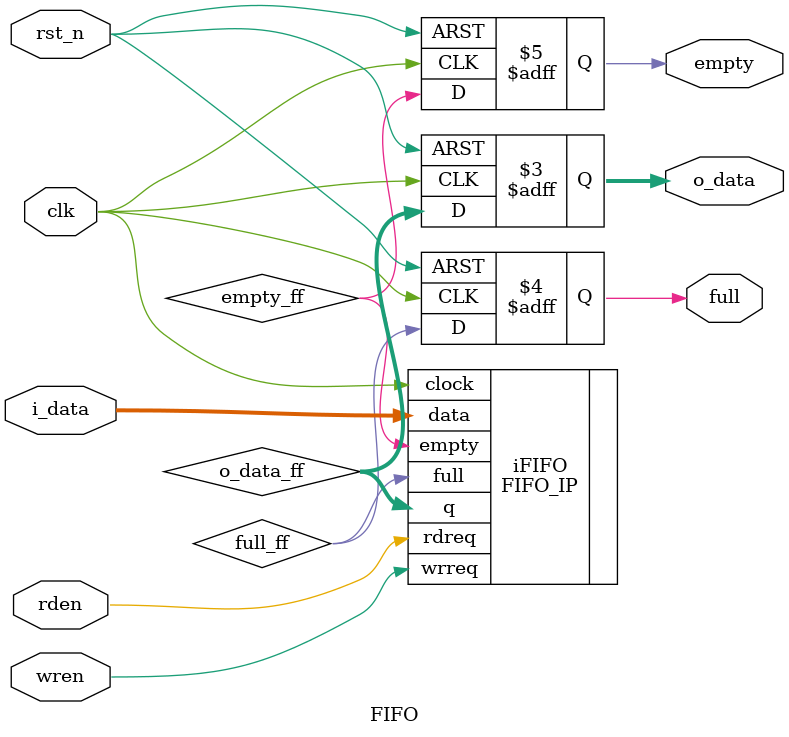
<source format=sv>
module FIFO
#(
  parameter int DEPTH = 8,
  parameter int DATA_WIDTH = 8
)
(
    input  clk,
    input  rst_n,
    input  rden,
    input  wren,
    input  [DATA_WIDTH-1:0] i_data,
    output logic [DATA_WIDTH-1:0] o_data,
    output logic full,
    output logic empty
);

  logic [DATA_WIDTH-1:0] o_data_ff;
  logic full_ff;
  logic empty_ff;

  // localparam int ADDR_W = $clog2(DEPTH);

  // logic [DATA_WIDTH-1:0] mem [0:DEPTH-1];

  // logic [ADDR_W-1:0] rd_ptr, wr_ptr;
  // logic [ADDR_W:0] cnt;

  // assign empty = (cnt == '0);
  // assign full  = (cnt == DEPTH);

  // always_ff @(posedge clk or negedge rst_n) begin
  //   if (!rst_n) begin
  //     rd_ptr <= '0;
  //     wr_ptr <= '0;
  //     cnt <= '0;
  //     o_data <= '0;
  //   end 
  //   else begin
  //     if (rden && !empty) begin
  //       o_data <= mem[rd_ptr];
  //       rd_ptr <= rd_ptr + 1'b1;
  //       cnt <= cnt - 1'b1;
  //     end
  //     else if (wren && !full) begin
  //       mem[wr_ptr] <= i_data;
  //       wr_ptr <= wr_ptr + 1'b1;
  //       cnt <= cnt + 1'b1;
  //     end
  //   end
  // end

 FIFO_IP iFIFO(.data(i_data), .clock(clk), .rdreq(rden), .wrreq(wren), .q(o_data_ff), .empty(empty_ff), .full(full_ff));

 always_ff @(posedge clk or negedge rst_n) begin
    if (!rst_n) begin
        o_data <= '0;
        full <= 1'b0;
        empty <= 1'b1;
    end else begin
        o_data <= o_data_ff;
        full <= full_ff;
        empty <= empty_ff;
    end
 end

endmodule

</source>
